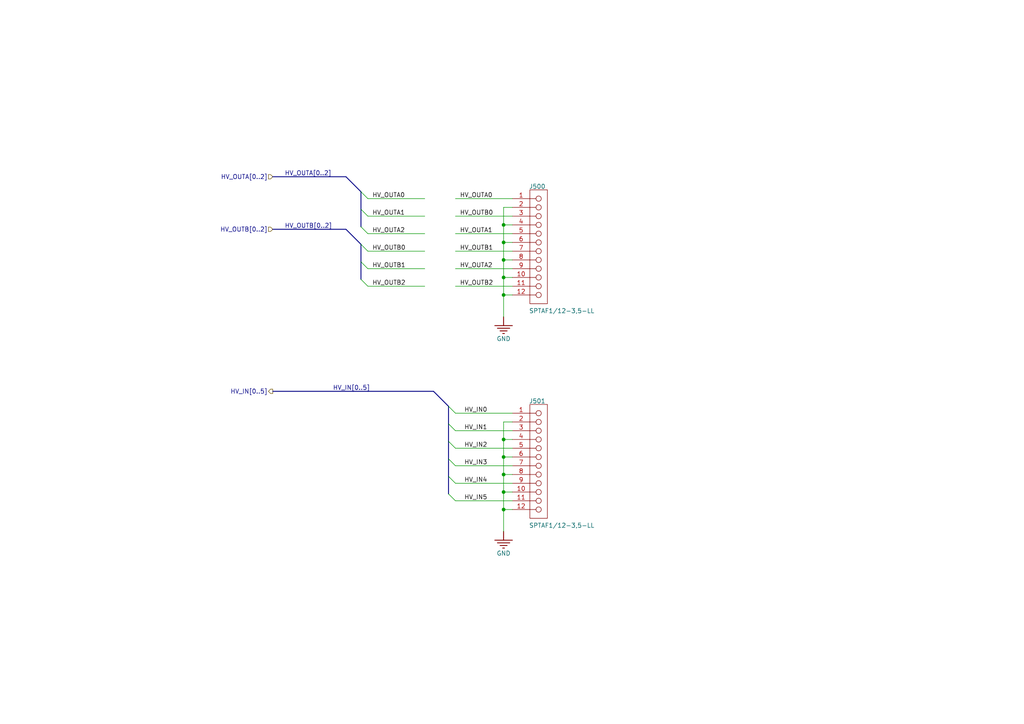
<source format=kicad_sch>
(kicad_sch (version 20250114) (generator "eeschema") (generator_version "9.0")
  (paper "User" 297.002 210.007)
  (title_block (title "Terminals"))
  (lib_symbols
    (symbol "ARDEP Power IO Shield Symbols:GND_POWER_GROUND" (power)
      (property "Value" "GND" (at 0 -6.35 0))
      (symbol "GND_POWER_GROUND_0_0"
        (polyline (pts (xy -2.54 -2.54) (xy 2.54 -2.54)) (stroke (width 0.254)))
        (polyline (pts (xy -1.778 -3.302) (xy 1.778 -3.302)) (stroke (width 0.254)))
        (polyline (pts (xy -1.016 -4.064) (xy 1.016 -4.064)) (stroke (width 0.254)))
        (polyline (pts (xy -0.254 -4.826) (xy 0.254 -4.826)) (stroke (width 0.254)))
        (polyline (pts (xy 0 0) (xy 0 -2.54)) (stroke (width 0.254)))
        (pin power_in line (at 0 0 0) (length 0) (hide yes) (name "GND") (number ""))
      )
    )
    (symbol "ARDEP Power IO Shield Symbols:root_0_12_Pin_Header_Female_Frickly Systems GmbH" (pin_names (hide yes))
      (symbol "root_0_12_Pin_Header_Female_Frickly Systems GmbH_1_0"
        (polyline (pts (xy 0 -2.54) (xy 1.778 -2.54)))
        (polyline (pts (xy 0 -5.08) (xy 1.778 -5.08)))
        (polyline (pts (xy 0 -7.62) (xy 1.778 -7.62)))
        (polyline (pts (xy 0 -10.16) (xy 1.778 -10.16)))
        (polyline (pts (xy 0 -12.7) (xy 1.778 -12.7)))
        (polyline (pts (xy 0 -15.24) (xy 1.778 -15.24)))
        (polyline (pts (xy 0 -17.78) (xy 1.778 -17.78)))
        (polyline (pts (xy 0 -20.32) (xy 1.778 -20.32)))
        (polyline (pts (xy 0 -22.86) (xy 1.778 -22.86)))
        (polyline (pts (xy 0 -25.4) (xy 1.778 -25.4)))
        (polyline (pts (xy 0 -27.94) (xy 1.778 -27.94)))
        (polyline (pts (xy 0 -30.48) (xy 1.778 -30.48)))
        (circle (center 2.54 -2.54) (radius 0.762))
        (circle (center 2.54 -5.08) (radius 0.762))
        (circle (center 2.54 -7.62) (radius 0.762))
        (circle (center 2.54 -10.16) (radius 0.762))
        (circle (center 2.54 -12.7) (radius 0.762))
        (circle (center 2.54 -15.24) (radius 0.762))
        (circle (center 2.54 -17.78) (radius 0.762))
        (circle (center 2.54 -20.32) (radius 0.762))
        (circle (center 2.54 -22.86) (radius 0.762))
        (circle (center 2.54 -25.4) (radius 0.762))
        (circle (center 2.54 -27.94) (radius 0.762))
        (circle (center 2.54 -30.48) (radius 0.762))
        (polyline (pts (xy 5.08 0) (xy 0 0) (xy 0 -33.02) (xy 5.08 -33.02) (xy 5.08 0)))
        (pin passive line (at -5.08 -2.54 0) (length 5.08) (name "1") (number "1"))
        (pin passive line (at -5.08 -5.08 0) (length 5.08) (name "2") (number "2"))
        (pin passive line (at -5.08 -7.62 0) (length 5.08) (name "3") (number "3"))
        (pin passive line (at -5.08 -10.16 0) (length 5.08) (name "4") (number "4"))
        (pin passive line (at -5.08 -12.7 0) (length 5.08) (name "5") (number "5"))
        (pin passive line (at -5.08 -15.24 0) (length 5.08) (name "6") (number "6"))
        (pin passive line (at -5.08 -17.78 0) (length 5.08) (name "7") (number "7"))
        (pin passive line (at -5.08 -20.32 0) (length 5.08) (name "8") (number "8"))
        (pin passive line (at -5.08 -22.86 0) (length 5.08) (name "9") (number "9"))
        (pin passive line (at -5.08 -25.4 0) (length 5.08) (name "10") (number "10"))
        (pin passive line (at -5.08 -27.94 0) (length 5.08) (name "11") (number "11"))
        (pin passive line (at -5.08 -30.48 0) (length 5.08) (name "12") (number "12"))
      )
    )
  )
  (junction (at 146.05 132.5372))
  (junction (at 146.05 85.5472))
  (junction (at 146.05 70.3072))
  (junction (at 146.05 137.6172))
  (junction (at 146.05 65.2272))
  (junction (at 146.05 80.4672))
  (junction (at 146.05 147.7772))
  (junction (at 146.05 127.4572))
  (junction (at 146.05 75.3872))
  (junction (at 146.05 142.6972))
  (bus_entry (at 130.08 143.2372) (size 2 2))
  (bus_entry (at 130.08 122.9172) (size 2 2))
  (bus_entry (at 104.68 75.9272) (size 2 2))
  (bus_entry (at 104.68 55.6072) (size 2 2))
  (bus_entry (at 104.68 70.8472) (size 2 2))
  (bus_entry (at 130.08 127.9972) (size 2 2))
  (bus_entry (at 130.08 138.1572) (size 2 2))
  (bus_entry (at 104.68 60.6872) (size 2 2))
  (bus_entry (at 130.08 133.0772) (size 2 2))
  (bus_entry (at 104.68 81.0072) (size 2 2))
  (bus_entry (at 130.08 117.8372) (size 2 2))
  (bus_entry (at 104.68 65.7672) (size 2 2))
  (bus (pts (xy 130.08 117.8372) (xy 125.73 113.4872)) (stroke (width 0.254)))
  (wire (pts (xy 148.59 85.5472) (xy 146.05 85.5472)))
  (wire (pts (xy 123.19 67.7672) (xy 106.68 67.7672)))
  (wire (pts (xy 148.59 72.8472) (xy 132.08 72.8472)))
  (wire (pts (xy 148.59 129.9972) (xy 132.08 129.9972)))
  (bus (pts (xy 100.33 66.4972) (xy 104.68 70.8472)) (stroke (width 0.254)))
  (wire (pts (xy 148.59 145.2372) (xy 132.08 145.2372)))
  (wire (pts (xy 146.05 65.2272) (xy 146.05 70.3072)))
  (wire (pts (xy 148.59 80.4672) (xy 146.05 80.4672)))
  (wire (pts (xy 146.05 70.3072) (xy 146.05 75.3872)))
  (wire (pts (xy 148.59 147.7772) (xy 146.05 147.7772)))
  (wire (pts (xy 148.59 60.1472) (xy 146.05 60.1472)))
  (bus (pts (xy 100.33 51.2572) (xy 104.68 55.6072)) (stroke (width 0.254)))
  (wire (pts (xy 146.05 60.1472) (xy 146.05 65.2272)))
  (bus (pts (xy 104.68 60.6872) (xy 104.68 65.7672)) (stroke (width 0.254)))
  (bus (pts (xy 130.08 127.9972) (xy 130.08 122.9172)) (stroke (width 0.254)))
  (wire (pts (xy 148.59 70.3072) (xy 146.05 70.3072)))
  (bus (pts (xy 130.08 138.1572) (xy 130.08 133.0772)) (stroke (width 0.254)))
  (bus (pts (xy 130.08 122.9172) (xy 130.08 117.8372)) (stroke (width 0.254)))
  (wire (pts (xy 148.59 140.1572) (xy 132.08 140.1572)))
  (bus (pts (xy 125.73 113.4872) (xy 79.111 113.4872)) (stroke (width 0.254)))
  (wire (pts (xy 146.05 80.4672) (xy 146.05 85.5472)))
  (wire (pts (xy 148.59 67.7672) (xy 132.08 67.7672)))
  (wire (pts (xy 146.05 137.6172) (xy 146.05 142.6972)))
  (wire (pts (xy 148.59 75.3872) (xy 146.05 75.3872)))
  (wire (pts (xy 123.19 57.6072) (xy 106.68 57.6072)))
  (bus (pts (xy 79.111 51.2572) (xy 100.33 51.2572)) (stroke (width 0.254)))
  (wire (pts (xy 146.05 127.4572) (xy 146.05 132.5372)))
  (bus (pts (xy 104.68 70.8472) (xy 104.68 75.9272)) (stroke (width 0.254)))
  (wire (pts (xy 146.05 132.5372) (xy 146.05 137.6172)))
  (wire (pts (xy 148.59 65.2272) (xy 146.05 65.2272)))
  (wire (pts (xy 146.05 142.6972) (xy 146.05 147.7772)))
  (wire (pts (xy 148.59 137.6172) (xy 146.05 137.6172)))
  (wire (pts (xy 148.59 124.9172) (xy 132.08 124.9172)))
  (wire (pts (xy 123.19 72.8472) (xy 106.68 72.8472)))
  (bus (pts (xy 79.111 66.4972) (xy 100.33 66.4972)) (stroke (width 0.254)))
  (wire (pts (xy 146.05 147.7772) (xy 146.05 154.1272)))
  (wire (pts (xy 123.19 62.6872) (xy 106.68 62.6872)))
  (wire (pts (xy 148.59 77.9272) (xy 132.08 77.9272)))
  (wire (pts (xy 148.59 57.6072) (xy 132.08 57.6072)))
  (wire (pts (xy 148.59 142.6972) (xy 146.05 142.6972)))
  (bus (pts (xy 130.08 143.2372) (xy 130.08 138.1572)) (stroke (width 0.254)))
  (wire (pts (xy 123.19 83.0072) (xy 106.68 83.0072)))
  (wire (pts (xy 148.59 119.8372) (xy 132.08 119.8372)))
  (wire (pts (xy 146.05 75.3872) (xy 146.05 80.4672)))
  (bus (pts (xy 130.08 133.0772) (xy 130.08 127.9972)) (stroke (width 0.254)))
  (wire (pts (xy 148.59 122.3772) (xy 146.05 122.3772)))
  (wire (pts (xy 148.59 83.0072) (xy 132.08 83.0072)))
  (wire (pts (xy 148.59 62.6872) (xy 132.08 62.6872)))
  (bus (pts (xy 104.68 55.6072) (xy 104.68 60.6872)) (stroke (width 0.254)))
  (wire (pts (xy 123.19 77.9272) (xy 106.68 77.9272)))
  (wire (pts (xy 148.59 132.5372) (xy 146.05 132.5372)))
  (wire (pts (xy 148.59 135.0772) (xy 132.08 135.0772)))
  (wire (pts (xy 148.59 127.4572) (xy 146.05 127.4572)))
  (bus (pts (xy 104.68 75.9272) (xy 104.68 81.0072)) (stroke (width 0.254)))
  (wire (pts (xy 146.05 85.5472) (xy 146.05 91.8972)))
  (wire (pts (xy 146.05 122.3772) (xy 146.05 127.4572)))
  (label "HV_OUTB1" (at 133.35 72.8472 0))
  (label "HV_OUTA1" (at 107.95 62.6872 0))
  (label "HV_IN1" (at 134.62 124.9172 0))
  (label "HV_OUTA0" (at 107.95 57.6072 0))
  (label "HV_OUTA[0..2]" (at 82.55 51.2572 0))
  (label "HV_OUTA2" (at 107.95 67.7672 0))
  (label "HV_OUTB2" (at 107.95 83.0072 0))
  (label "HV_IN2" (at 134.62 129.9972 0))
  (label "HV_IN4" (at 134.62 140.1572 0))
  (label "HV_IN[0..5]" (at 96.52 113.4872 0))
  (label "HV_OUTB0" (at 107.95 72.8472 0))
  (label "HV_IN0" (at 134.62 119.8372 0))
  (label "HV_OUTA1" (at 133.35 67.7672 0))
  (label "HV_OUTB2" (at 133.35 83.0072 0))
  (label "HV_OUTB0" (at 133.35 62.6872 0))
  (label "HV_OUTA2" (at 133.35 77.9272 0))
  (label "HV_IN3" (at 134.62 135.0772 0))
  (label "HV_OUTB1" (at 107.95 77.9272 0))
  (label "HV_OUTA0" (at 133.35 57.6072 0))
  (label "HV_IN5" (at 134.62 145.2372 0))
  (label "HV_OUTB[0..2]" (at 82.55 66.4972 0))
  (hierarchical_label "HV_OUTB[0..2]" (shape input) (at 79.111 66.4972 180))
  (hierarchical_label "HV_OUTA[0..2]" (shape input) (at 79.111 51.2572 180))
  (hierarchical_label "HV_IN[0..5]" (shape output) (at 79.111 113.4872 180))
  (symbol (lib_id "ARDEP Power IO Shield Symbols:root_0_12_Pin_Header_Female_Frickly Systems GmbH") (at 153.67 55.0672 0) (unit 1)
    (property "Reference" "J500" (at 153.416 54.8132 0) (effects (justify left bottom)))
    (property "Value" "SPTAF1/12-3,5-LL" (at 153.416 90.8812 0) (effects (justify left bottom)))
    (property "Footprint" "SPTAF1_12-35-LL-Footprint" (effects (hide yes)))
    (property "Description" "Barrier Strip Terminal Block" (effects (hide yes)))
    (property "TERMINAL AND TERMINAL BLOCK TYPE" "BARRIER STRIP TERMINAL BLOCK" (effects (hide yes)))
    (property "MAX OPERATING TEMPERATURE" "100°C" (effects (hide yes)))
    (property "PINS" "12" (effects (hide yes)))
    (property "ROHS COMPLIANT" "Yes" (effects (hide yes)))
    (property "MOUNTING TECHNOLOGY" "THT" (effects (hide yes)))
    (property "REACH SVHC COMPLIANT" "Yes" (effects (hide yes)))
    (property "CONNECTOR TYPE" "Spring contact" (effects (hide yes)))
    (property "MIN OPERATING TEMPERATURE" "-40°C" (effects (hide yes)))
  )
  (symbol (lib_id "ARDEP Power IO Shield Symbols:GND_POWER_GROUND") (at 146.05 91.8972 0) (unit 1)
    (property "Reference" "#PWR0123" (effects (hide yes)))
    (property "Value" "GND" (at 146.05 98.2472 0))
  )
  (symbol (lib_id "ARDEP Power IO Shield Symbols:root_0_12_Pin_Header_Female_Frickly Systems GmbH") (at 153.67 117.2972 0) (unit 1)
    (property "Reference" "J501" (at 153.416 117.0432 0) (effects (justify left bottom)))
    (property "Value" "SPTAF1/12-3,5-LL" (at 153.416 153.1112 0) (effects (justify left bottom)))
    (property "Footprint" "SPTAF1_12-35-LL-Footprint" (effects (hide yes)))
    (property "Description" "Barrier Strip Terminal Block" (effects (hide yes)))
    (property "TERMINAL AND TERMINAL BLOCK TYPE" "BARRIER STRIP TERMINAL BLOCK" (effects (hide yes)))
    (property "MAX OPERATING TEMPERATURE" "100°C" (effects (hide yes)))
    (property "PINS" "12" (effects (hide yes)))
    (property "ROHS COMPLIANT" "Yes" (effects (hide yes)))
    (property "MOUNTING TECHNOLOGY" "THT" (effects (hide yes)))
    (property "REACH SVHC COMPLIANT" "Yes" (effects (hide yes)))
    (property "CONNECTOR TYPE" "Spring contact" (effects (hide yes)))
    (property "MIN OPERATING TEMPERATURE" "-40°C" (effects (hide yes)))
  )
  (symbol (lib_id "ARDEP Power IO Shield Symbols:GND_POWER_GROUND") (at 146.05 154.1272 0) (unit 1)
    (property "Reference" "#PWR0122" (effects (hide yes)))
    (property "Value" "GND" (at 146.05 160.4772 0))
  )
)
</source>
